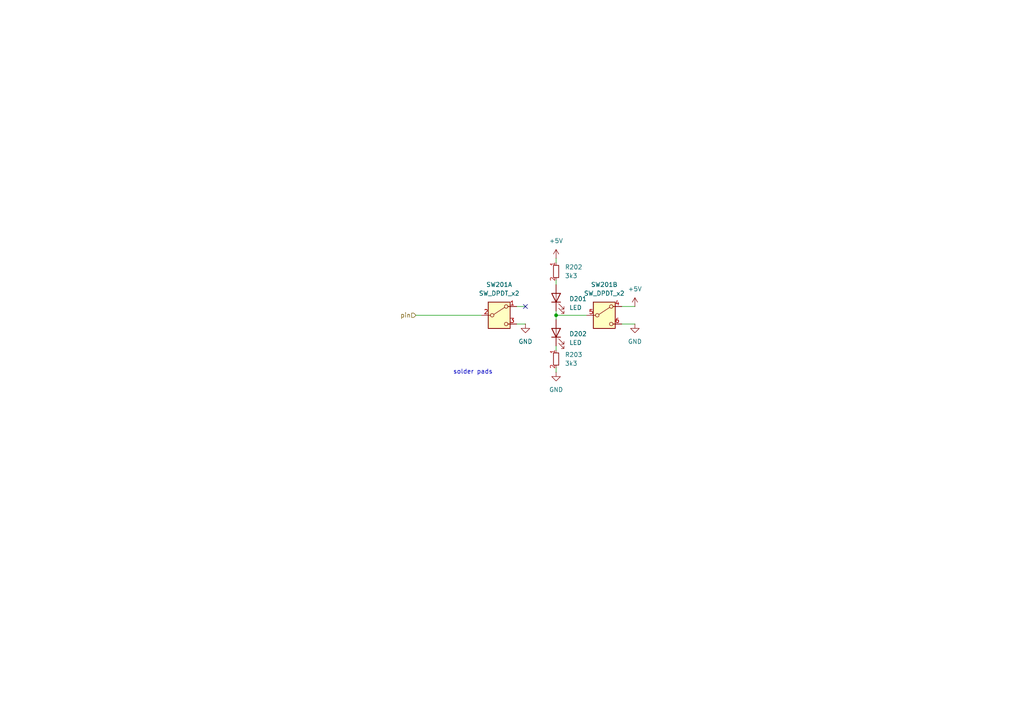
<source format=kicad_sch>
(kicad_sch (version 20231120) (generator "eeschema") (generator_version "8.0")
  (paper "A4")
  (lib_symbols
    (symbol "Device:LED" (pin_numbers hide) (pin_names (offset 1.016) hide)
      (property "Reference" "D" (at 0 2.54 0))
      (property "Value" "LED" (at 0 -2.54 0))
      (symbol "LED_0_1"
        (polyline (pts (xy -1.27 -1.27) (xy -1.27 1.27)) (stroke (width 0.254)))
        (polyline (pts (xy -1.27 0) (xy 1.27 0)))
        (polyline (pts (xy 1.27 -1.27) (xy 1.27 1.27) (xy -1.27 0) (xy 1.27 -1.27)) (stroke (width 0.254)))
        (polyline (pts (xy -3.048 -0.762) (xy -4.572 -2.286) (xy -3.81 -2.286) (xy -4.572 -2.286) (xy -4.572 -1.524)))
        (polyline (pts (xy -1.778 -0.762) (xy -3.302 -2.286) (xy -2.54 -2.286) (xy -3.302 -2.286) (xy -3.302 -1.524)))
      )
      (symbol "LED_1_1"
        (pin passive line (at -3.81 0 0) (length 2.54) (name "K") (number "1"))
        (pin passive line (at 3.81 0 180) (length 2.54) (name "A") (number "2"))
      )
    )
    (symbol "Switch:SW_DPDT_x2" (pin_names (offset 0) hide)
      (property "Reference" "SW" (at 0 5.08 0))
      (property "Value" "SW_DPDT_x2" (at 0 -5.08 0))
      (symbol "SW_DPDT_x2_0_0"
        (circle (center -2.032 0) (radius 0.508))
        (circle (center 2.032 -2.54) (radius 0.508))
      )
      (symbol "SW_DPDT_x2_0_1"
        (rectangle (start -3.175 3.81) (end 3.175 -3.81) (stroke (width 0.254)) (fill (type background)))
        (polyline (pts (xy -1.524 0.254) (xy 1.5748 2.286)))
        (circle (center 2.032 2.54) (radius 0.508))
      )
      (symbol "SW_DPDT_x2_1_1"
        (pin passive line (at 5.08 2.54 180) (length 2.54) (name "A") (number "1"))
        (pin passive line (at -5.08 0 0) (length 2.54) (name "B") (number "2"))
        (pin passive line (at 5.08 -2.54 180) (length 2.54) (name "C") (number "3"))
      )
      (symbol "SW_DPDT_x2_2_1"
        (pin passive line (at 5.08 2.54 180) (length 2.54) (name "A") (number "4"))
        (pin passive line (at -5.08 0 0) (length 2.54) (name "B") (number "5"))
        (pin passive line (at 5.08 -2.54 180) (length 2.54) (name "C") (number "6"))
      )
    )
    (symbol "power:+5V" (power) (pin_numbers hide) (pin_names (offset 0) hide)
      (property "Value" "+5V" (at 0 3.556 0))
      (symbol "+5V_0_1"
        (polyline (pts (xy -0.762 1.27) (xy 0 2.54)))
        (polyline (pts (xy 0 0) (xy 0 2.54)))
        (polyline (pts (xy 0 2.54) (xy 0.762 1.27)))
      )
      (symbol "+5V_1_1"
        (pin power_in line (at 0 0 90) (length 0) (name "~") (number "1"))
      )
    )
    (symbol "power:GND" (power) (pin_numbers hide) (pin_names (offset 0) hide)
      (property "Value" "GND" (at 0 -3.81 0))
      (symbol "GND_0_1"
        (polyline (pts (xy 0 0) (xy 0 -1.27) (xy 1.27 -1.27) (xy 0 -2.54) (xy -1.27 -1.27) (xy 0 -1.27)))
      )
      (symbol "GND_1_1"
        (pin power_in line (at 0 0 270) (length 0) (name "~") (number "1"))
      )
    )
    (symbol "resistors_0805:R_3k3_0805"
      (property "Reference" "R" (at 1.27 2.54 0))
      (property "Value" "3k3" (at 2.54 -2.54 0))
      (symbol "R_3k3_0805_0_1"
        (rectangle (start -0.762 1.778) (end 0.762 -1.778) (stroke (width 0.2032)))
      )
      (symbol "R_3k3_0805_1_1"
        (pin passive line (at 0 2.54 270) (length 0.762) (name "~") (number "1"))
        (pin passive line (at 0 -2.54 90) (length 0.762) (name "~") (number "2"))
      )
    )
  )
  (junction (at 161.29 91.44))
  (no_connect (at 152.4 88.9))
  (wire (pts (xy 161.29 91.44) (xy 161.29 90.17)))
  (wire (pts (xy 161.29 81.28) (xy 161.29 82.55)))
  (wire (pts (xy 120.65 91.44) (xy 139.7 91.44)))
  (wire (pts (xy 149.86 93.98) (xy 152.4 93.98)))
  (wire (pts (xy 161.29 91.44) (xy 170.18 91.44)))
  (wire (pts (xy 161.29 74.93) (xy 161.29 76.2)))
  (wire (pts (xy 161.29 106.68) (xy 161.29 107.95)))
  (wire (pts (xy 161.29 100.33) (xy 161.29 101.6)))
  (wire (pts (xy 180.34 88.9) (xy 184.15 88.9)))
  (wire (pts (xy 180.34 93.98) (xy 184.15 93.98)))
  (wire (pts (xy 161.29 91.44) (xy 161.29 92.71)))
  (wire (pts (xy 149.86 88.9) (xy 152.4 88.9)))
  (text "solder pads" (at 137.16 107.95 0) (effects (font (size 1.27 1.27))))
  (hierarchical_label "pin" (shape input) (at 120.65 91.44 180))
  (symbol (lib_id "power:GND") (at 161.29 107.95 0) (unit 1)
    (property "Reference" "#PWR0206" (effects (hide yes)))
    (property "Value" "GND" (at 161.29 113.03 0))
    (property "Description" "Power symbol creates a global label with name \"GND\" , ground" (effects (hide yes)))
    (instances (project "INPUT_ADD_ON_2" (path "" (reference "#PWR0206") (unit 1)) (path "" (reference "#PWR0306") (unit 1)) (path "" (reference "#PWR0406") (unit 1)) (path "" (reference "#PWR0506") (unit 1)) (path "" (reference "#PWR0606") (unit 1)) (path "" (reference "#PWR0706") (unit 1)) (path "" (reference "#PWR0806") (unit 1)) (path "" (reference "#PWR0906") (unit 1))))
  )
  (symbol (lib_id "power:+5V") (at 161.29 74.93 0) (unit 1)
    (property "Reference" "#PWR0205" (effects (hide yes)))
    (property "Value" "+5V" (at 161.29 69.85 0))
    (property "Description" "Power symbol creates a global label with name \"+5V\"" (effects (hide yes)))
    (instances (project "INPUT_ADD_ON_2" (path "" (reference "#PWR0205") (unit 1)) (path "" (reference "#PWR0305") (unit 1)) (path "" (reference "#PWR0405") (unit 1)) (path "" (reference "#PWR0505") (unit 1)) (path "" (reference "#PWR0605") (unit 1)) (path "" (reference "#PWR0705") (unit 1)) (path "" (reference "#PWR0805") (unit 1)) (path "" (reference "#PWR0905") (unit 1))))
  )
  (symbol (lib_id "Switch:SW_DPDT_x2") (at 175.26 91.44 0) (unit 2)
    (property "Reference" "SW201" (at 175.26 82.55 0))
    (property "Value" "SW_DPDT_x2" (at 175.26 85.09 0))
    (property "Footprint" "custom_kicad_lib_sk:MTS_DPDT" (effects (hide yes)))
    (property "Description" "Switch, dual pole double throw, separate symbols" (effects (hide yes)))
    (instances (project "INPUT_ADD_ON_2" (path "" (reference "SW201") (unit 2)) (path "" (reference "SW301") (unit 2)) (path "" (reference "SW401") (unit 2)) (path "" (reference "SW501") (unit 2)) (path "" (reference "SW601") (unit 2)) (path "" (reference "SW701") (unit 2)) (path "" (reference "SW801") (unit 2)) (path "" (reference "SW901") (unit 2))))
  )
  (symbol (lib_id "power:GND") (at 184.15 93.98 0) (unit 1)
    (property "Reference" "#PWR0208" (effects (hide yes)))
    (property "Value" "GND" (at 184.15 99.06 0))
    (property "Description" "Power symbol creates a global label with name \"GND\" , ground" (effects (hide yes)))
    (instances (project "INPUT_ADD_ON_2" (path "" (reference "#PWR0208") (unit 1)) (path "" (reference "#PWR0308") (unit 1)) (path "" (reference "#PWR0408") (unit 1)) (path "" (reference "#PWR0508") (unit 1)) (path "" (reference "#PWR0608") (unit 1)) (path "" (reference "#PWR0708") (unit 1)) (path "" (reference "#PWR0808") (unit 1)) (path "" (reference "#PWR0908") (unit 1))))
  )
  (symbol (lib_id "Device:LED") (at 161.29 86.36 90) (unit 1)
    (property "Reference" "D201" (at 165.1 86.6774 90) (effects (justify right)))
    (property "Value" "LED" (at 165.1 89.2174 90) (effects (justify right)))
    (property "Footprint" "LED_THT:LED_D3.0mm" (effects (hide yes)))
    (property "Description" "Light emitting diode" (effects (hide yes)))
    (instances (project "INPUT_ADD_ON_2" (path "" (reference "D201") (unit 1)) (path "" (reference "D301") (unit 1)) (path "" (reference "D401") (unit 1)) (path "" (reference "D501") (unit 1)) (path "" (reference "D601") (unit 1)) (path "" (reference "D701") (unit 1)) (path "" (reference "D801") (unit 1)) (path "" (reference "D901") (unit 1))))
  )
  (symbol (lib_id "power:+5V") (at 184.15 88.9 0) (unit 1)
    (property "Reference" "#PWR0207" (effects (hide yes)))
    (property "Value" "+5V" (at 184.15 83.82 0))
    (property "Description" "Power symbol creates a global label with name \"+5V\"" (effects (hide yes)))
    (instances (project "INPUT_ADD_ON_2" (path "" (reference "#PWR0207") (unit 1)) (path "" (reference "#PWR0307") (unit 1)) (path "" (reference "#PWR0407") (unit 1)) (path "" (reference "#PWR0507") (unit 1)) (path "" (reference "#PWR0607") (unit 1)) (path "" (reference "#PWR0707") (unit 1)) (path "" (reference "#PWR0807") (unit 1)) (path "" (reference "#PWR0907") (unit 1))))
  )
  (symbol (lib_id "Device:LED") (at 161.29 96.52 90) (unit 1)
    (property "Reference" "D202" (at 165.1 96.8374 90) (effects (justify right)))
    (property "Value" "LED" (at 165.1 99.3774 90) (effects (justify right)))
    (property "Footprint" "LED_THT:LED_D3.0mm" (effects (hide yes)))
    (property "Description" "Light emitting diode" (effects (hide yes)))
    (instances (project "INPUT_ADD_ON_2" (path "" (reference "D202") (unit 1)) (path "" (reference "D302") (unit 1)) (path "" (reference "D402") (unit 1)) (path "" (reference "D502") (unit 1)) (path "" (reference "D602") (unit 1)) (path "" (reference "D702") (unit 1)) (path "" (reference "D802") (unit 1)) (path "" (reference "D902") (unit 1))))
  )
  (symbol (lib_id "resistors_0805:R_3k3_0805") (at 161.29 78.74 0) (unit 1)
    (property "Reference" "R202" (at 163.83 77.4699 0) (effects (justify left)))
    (property "Value" "3k3" (at 163.83 80.0099 0) (effects (justify left)))
    (property "Footprint" "custom_kicad_lib_sk:R_0805_handsolder-smalltext" (effects (hide yes)))
    (property "JLCPCB Part#" "C26010" (effects (hide yes)))
    (instances (project "INPUT_ADD_ON_2" (path "" (reference "R202") (unit 1)) (path "" (reference "R302") (unit 1)) (path "" (reference "R402") (unit 1)) (path "" (reference "R502") (unit 1)) (path "" (reference "R602") (unit 1)) (path "" (reference "R702") (unit 1)) (path "" (reference "R802") (unit 1)) (path "" (reference "R902") (unit 1))))
  )
  (symbol (lib_id "power:GND") (at 152.4 93.98 0) (unit 1)
    (property "Reference" "#PWR0204" (effects (hide yes)))
    (property "Value" "GND" (at 152.4 99.06 0))
    (property "Description" "Power symbol creates a global label with name \"GND\" , ground" (effects (hide yes)))
    (instances (project "INPUT_ADD_ON_2" (path "" (reference "#PWR0204") (unit 1)) (path "" (reference "#PWR0304") (unit 1)) (path "" (reference "#PWR0404") (unit 1)) (path "" (reference "#PWR0504") (unit 1)) (path "" (reference "#PWR0604") (unit 1)) (path "" (reference "#PWR0704") (unit 1)) (path "" (reference "#PWR0804") (unit 1)) (path "" (reference "#PWR0904") (unit 1))))
  )
  (symbol (lib_id "Switch:SW_DPDT_x2") (at 144.78 91.44 0) (unit 1)
    (property "Reference" "SW201" (at 144.78 82.55 0))
    (property "Value" "SW_DPDT_x2" (at 144.78 85.09 0))
    (property "Footprint" "custom_kicad_lib_sk:MTS_DPDT" (effects (hide yes)))
    (property "Description" "Switch, dual pole double throw, separate symbols" (effects (hide yes)))
    (instances (project "INPUT_ADD_ON_2" (path "" (reference "SW201") (unit 1)) (path "" (reference "SW301") (unit 1)) (path "" (reference "SW401") (unit 1)) (path "" (reference "SW501") (unit 1)) (path "" (reference "SW601") (unit 1)) (path "" (reference "SW701") (unit 1)) (path "" (reference "SW801") (unit 1)) (path "" (reference "SW901") (unit 1))))
  )
  (symbol (lib_id "resistors_0805:R_3k3_0805") (at 161.29 104.14 0) (unit 1)
    (property "Reference" "R203" (at 163.83 102.8699 0) (effects (justify left)))
    (property "Value" "3k3" (at 163.83 105.4099 0) (effects (justify left)))
    (property "Footprint" "custom_kicad_lib_sk:R_0805_handsolder-smalltext" (effects (hide yes)))
    (property "JLCPCB Part#" "C26010" (effects (hide yes)))
    (instances (project "INPUT_ADD_ON_2" (path "" (reference "R203") (unit 1)) (path "" (reference "R303") (unit 1)) (path "" (reference "R403") (unit 1)) (path "" (reference "R503") (unit 1)) (path "" (reference "R603") (unit 1)) (path "" (reference "R703") (unit 1)) (path "" (reference "R803") (unit 1)) (path "" (reference "R903") (unit 1))))
  )
)
</source>
